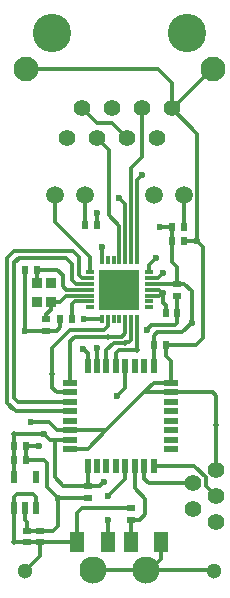
<source format=gbr>
%TF.GenerationSoftware,Altium Limited,Altium Designer,23.1.1 (15)*%
G04 Layer_Physical_Order=1*
G04 Layer_Color=255*
%FSLAX45Y45*%
%MOMM*%
%TF.SameCoordinates,8534D3C2-D56F-49E7-8A62-4489C1F11DDD*%
%TF.FilePolarity,Positive*%
%TF.FileFunction,Copper,L1,Top,Signal*%
%TF.Part,Single*%
G01*
G75*
%TA.AperFunction,SMDPad,CuDef*%
%ADD10C,0.50000*%
%ADD11R,0.60000X0.70000*%
%ADD12R,0.50000X1.20000*%
%ADD13R,1.20000X0.50000*%
%ADD14R,0.70000X0.60000*%
%ADD15R,0.30000X0.70000*%
%ADD16R,3.50000X3.50000*%
%ADD17R,0.70000X0.30000*%
%ADD18R,1.30000X1.70000*%
%ADD19R,0.60000X1.10000*%
%ADD20R,0.90000X0.95000*%
%TA.AperFunction,Conductor*%
%ADD21C,0.30000*%
%TA.AperFunction,ComponentPad*%
%ADD22C,1.30000*%
%ADD23C,3.25000*%
%ADD24C,2.10000*%
%ADD25C,1.42000*%
%ADD26C,1.52000*%
%ADD27C,1.60000*%
%ADD28C,0.80000*%
%ADD29C,1.40000*%
%ADD30C,2.30000*%
%TA.AperFunction,ViaPad*%
%ADD31C,0.60000*%
D10*
X1050000Y2150000D02*
D03*
X1150000Y2090000D02*
D03*
X430000Y1890000D02*
D03*
X85000Y1605000D02*
D03*
X105000Y1380000D02*
D03*
Y460000D02*
D03*
X130000Y2850000D02*
D03*
X900000Y2200000D02*
D03*
X1820000Y1450000D02*
D03*
D11*
X1490000Y2400000D02*
D03*
X1390000D02*
D03*
X1545000Y3010000D02*
D03*
X1445000D02*
D03*
X810000Y3150000D02*
D03*
X710000D02*
D03*
X1445000Y3130000D02*
D03*
X1545000D02*
D03*
X1290000Y2130000D02*
D03*
X1390000D02*
D03*
X105000Y1280000D02*
D03*
X205000D02*
D03*
X105000Y1160000D02*
D03*
X205000D02*
D03*
X300000Y2770000D02*
D03*
X200000D02*
D03*
X600000Y2350000D02*
D03*
X500000D02*
D03*
D12*
X1290000Y1955000D02*
D03*
X1210000D02*
D03*
X1130000D02*
D03*
X1050000D02*
D03*
X730000D02*
D03*
X810000D02*
D03*
X890000D02*
D03*
X970000D02*
D03*
X730000Y1105000D02*
D03*
X810000D02*
D03*
X890000D02*
D03*
X970000D02*
D03*
X1290000D02*
D03*
X1210000D02*
D03*
X1130000D02*
D03*
X1050000D02*
D03*
D13*
X585000Y1810000D02*
D03*
Y1730000D02*
D03*
Y1650000D02*
D03*
Y1570000D02*
D03*
Y1250000D02*
D03*
Y1330000D02*
D03*
Y1410000D02*
D03*
Y1490000D02*
D03*
X1435000Y1250000D02*
D03*
Y1330000D02*
D03*
Y1410000D02*
D03*
Y1490000D02*
D03*
Y1810000D02*
D03*
Y1730000D02*
D03*
Y1650000D02*
D03*
Y1570000D02*
D03*
D14*
X1490000Y2550000D02*
D03*
Y2650000D02*
D03*
X730000Y940000D02*
D03*
Y840000D02*
D03*
X325000Y460000D02*
D03*
Y560000D02*
D03*
X1100000Y650000D02*
D03*
Y750000D02*
D03*
X215000Y460000D02*
D03*
Y560000D02*
D03*
X380000Y2350000D02*
D03*
Y2250000D02*
D03*
D15*
X1000000Y2850000D02*
D03*
X1050000D02*
D03*
X1100000D02*
D03*
X1150000D02*
D03*
X950000D02*
D03*
X900000D02*
D03*
X850000D02*
D03*
X1000000Y2350000D02*
D03*
X950000D02*
D03*
X900000D02*
D03*
X850000D02*
D03*
X1050000D02*
D03*
X1100000D02*
D03*
X1150000D02*
D03*
D16*
X1000000Y2600000D02*
D03*
D17*
X750000D02*
D03*
Y2650000D02*
D03*
Y2700000D02*
D03*
Y2750000D02*
D03*
Y2550000D02*
D03*
Y2500000D02*
D03*
Y2450000D02*
D03*
X1250000Y2600000D02*
D03*
Y2550000D02*
D03*
Y2500000D02*
D03*
Y2450000D02*
D03*
Y2650000D02*
D03*
Y2700000D02*
D03*
Y2750000D02*
D03*
D18*
X1350000Y460000D02*
D03*
X1100000D02*
D03*
X900000D02*
D03*
X640000D02*
D03*
D19*
X105000Y750000D02*
D03*
X295000D02*
D03*
Y1010000D02*
D03*
X105000D02*
D03*
X200000Y750000D02*
D03*
D20*
X300000Y2652500D02*
D03*
X420000Y2497500D02*
D03*
Y2652500D02*
D03*
X300000Y2497500D02*
D03*
D21*
X585000Y1410000D02*
X585000Y1410000D01*
X470000Y1410000D02*
X585000D01*
X250000Y1480000D02*
X400000D01*
X470000Y1410000D01*
X205000Y1280000D02*
X320000D01*
X1225000Y225000D02*
X1227500Y222500D01*
X1797500D02*
X1800000Y220000D01*
X1227500Y222500D02*
X1797500D01*
X200000Y220000D02*
X325000Y345000D01*
Y460000D01*
X1100000Y2174142D02*
Y2350000D01*
X1079685Y2153827D02*
X1100000Y2174142D01*
X1053827Y2153827D02*
X1079685D01*
X380000Y2250000D02*
X470000D01*
X210000D02*
X380000D01*
X1660000Y3010000D02*
X1710000Y2960000D01*
Y2190000D02*
Y2960000D01*
X1650000Y2130000D02*
X1710000Y2190000D01*
X1530000Y2240000D02*
X1610000Y2320000D01*
X1550000Y2650000D02*
X1610000Y2590000D01*
Y2320000D02*
Y2590000D01*
X730000Y940000D02*
X831882D01*
X861882Y970000D01*
X870000D01*
X980000Y1700000D02*
X1050000Y1770000D01*
Y1955000D01*
X1730000Y940000D02*
X1820000Y850000D01*
X1730000Y940000D02*
Y1010000D01*
X1290000Y1105000D02*
X1635000D01*
X1730000Y1010000D01*
X1545000Y3010000D02*
X1660000D01*
Y3921500D01*
X1444500Y4137000D02*
X1660000Y3921500D01*
X1290000Y1955000D02*
Y2210000D01*
X1490000Y2650000D02*
X1550000D01*
X1390000Y2130000D02*
X1650000D01*
X1435000Y1810000D02*
Y1995000D01*
X1390000Y2040000D02*
X1435000Y1995000D01*
X1390000Y2040000D02*
Y2130000D01*
X1435000Y1730000D02*
X1790000D01*
X1435000Y1730000D02*
X1435000Y1730000D01*
X1820000Y1450000D02*
Y1700000D01*
X1790000Y1730000D02*
X1820000Y1700000D01*
Y1070000D02*
Y1450000D01*
Y1070000D02*
X1820000Y1070000D01*
X1050000Y2150000D02*
X1053827Y2153827D01*
X950000Y2150000D02*
X1050000D01*
X1150000Y2090000D02*
Y2350000D01*
X1000000Y2090000D02*
X1150000D01*
X1250000Y960000D02*
X1620000D01*
X1210000Y1000000D02*
X1250000Y960000D01*
X1210000Y1000000D02*
Y1105000D01*
X1130000Y920000D02*
Y1105000D01*
Y920000D02*
X1220000Y830000D01*
Y700000D02*
Y830000D01*
X200000Y2260000D02*
Y2770000D01*
Y2260000D02*
X210000Y2250000D01*
X730000Y1955000D02*
Y2060000D01*
X690000Y2100000D02*
X730000Y2060000D01*
X1230000Y2260000D02*
X1270000Y2300000D01*
X1470000D01*
X1320000Y2240000D02*
X1530000D01*
X1290000Y2210000D02*
X1320000Y2240000D01*
X1470000Y2300000D02*
X1490000Y2320000D01*
Y2400000D01*
X1370000Y2490000D02*
Y2575000D01*
Y2490000D02*
X1390000Y2470000D01*
Y2400000D02*
Y2470000D01*
X1490000Y2400000D02*
Y2550000D01*
X1490000Y2550000D01*
X1250000Y2750000D02*
Y2810000D01*
X1310000Y2870000D01*
X1250000Y2700000D02*
X1330000D01*
X1370000Y2740000D01*
X810000Y1955000D02*
Y2110000D01*
X1445000Y2835000D02*
X1490000Y2790000D01*
Y2650000D02*
Y2790000D01*
X1445000Y2835000D02*
Y3010000D01*
X1250000Y2650000D02*
X1490000D01*
X1445000Y3010000D02*
Y3130000D01*
X810000Y3150000D02*
Y3250000D01*
X1050000Y2850000D02*
Y3323934D01*
X1000000Y3373934D02*
X1050000Y3323934D01*
X1000000Y3373934D02*
Y3380000D01*
X1340000Y3130000D02*
X1445000D01*
X708750Y3151250D02*
Y3398750D01*
Y3151250D02*
X710000Y3150000D01*
X707500Y3400000D02*
X708750Y3398750D01*
X1545750Y3399250D02*
X1546500Y3400000D01*
X1545000Y3130000D02*
X1545750Y3130750D01*
Y3399250D01*
X1323000Y4467000D02*
X1444500Y4345500D01*
Y4137000D02*
Y4345500D01*
X210000Y4467000D02*
X1323000D01*
X1444500Y4137000D02*
X1452250D01*
X1782250Y4467000D02*
X1790000D01*
X1452250Y4137000D02*
X1782250Y4467000D01*
X936500Y4010000D02*
X1063500Y3883000D01*
X809500Y4010000D02*
X936500D01*
X682500Y4137000D02*
X809500Y4010000D01*
Y3883000D02*
X910000Y3782500D01*
Y3230000D02*
X1000000Y3140000D01*
X910000Y3230000D02*
Y3782500D01*
X1150000Y2850000D02*
Y3530000D01*
X1190000Y3570000D01*
Y4136500D02*
X1190500Y4137000D01*
X1190000Y3720000D02*
Y4136500D01*
X1100000Y2850000D02*
Y3630000D01*
X1190000Y3720000D01*
X1000000Y2850000D02*
Y3140000D01*
X850000Y2850000D02*
Y2960000D01*
X453500Y3176500D02*
Y3400000D01*
X750000Y2750000D02*
Y2880000D01*
X453500Y3176500D02*
X750000Y2880000D01*
X110000Y2830000D02*
X150000Y2870000D01*
X110000Y1680000D02*
Y2830000D01*
Y1680000D02*
X140000Y1650000D01*
X150000Y2870000D02*
X550000D01*
X680000Y2700000D02*
X750000D01*
X660000Y2720000D02*
X680000Y2700000D01*
X660000Y2720000D02*
Y2880000D01*
X610000Y2930000D02*
X660000Y2880000D01*
X110000Y2930000D02*
X610000D01*
X50000Y2870000D02*
X110000Y2930000D01*
X50000Y1640000D02*
Y2870000D01*
X120000Y1570000D02*
X585000D01*
X50000Y1640000D02*
X120000Y1570000D01*
X140000Y1650000D02*
X585000D01*
X550000Y2870000D02*
X600000Y2820000D01*
Y2680000D02*
Y2820000D01*
Y2680000D02*
X630000Y2650000D01*
X750000D01*
X470000Y2250000D02*
X500000Y2280000D01*
Y2350000D01*
X440000Y2492500D02*
X492500D01*
X420000Y2472500D02*
X440000Y2492500D01*
X420000Y2430000D02*
Y2472500D01*
X380000Y2390000D02*
X420000Y2430000D01*
X380000Y2350000D02*
Y2390000D01*
X580000Y2260000D02*
X870000D01*
X430000Y1770000D02*
Y2110000D01*
X580000Y2260000D01*
X300000Y2770000D02*
X300000Y2770000D01*
Y2652500D02*
Y2770000D01*
X300000Y2770000D02*
X470000D01*
X520000Y2720000D01*
X550000Y2600000D02*
X750000D01*
X520000Y2630000D02*
X550000Y2600000D01*
X520000Y2630000D02*
Y2720000D01*
X550000Y2550000D02*
X750000D01*
X492500Y2492500D02*
X550000Y2550000D01*
X600000Y2350000D02*
Y2480000D01*
X600000Y2350000D02*
X600000Y2350000D01*
Y2480000D02*
X620000Y2500000D01*
X750000D01*
X700000Y2350000D02*
X850000D01*
Y2350000D02*
Y2350000D01*
X1361882Y2575000D02*
X1370000D01*
X1250000Y2600000D02*
X1336882D01*
X1361882Y2575000D01*
X1250000Y2550000D02*
X1336882D01*
X1361882Y2575000D01*
X470000Y1730000D02*
X585000D01*
X430000Y1770000D02*
X470000Y1730000D01*
X900000Y2290000D02*
Y2350000D01*
X870000Y2260000D02*
X900000Y2290000D01*
X1050000Y2230000D02*
Y2350000D01*
X585000Y1810000D02*
Y2165000D01*
X620000Y2200000D01*
X1020000D01*
X1050000Y2230000D01*
X890000Y1955000D02*
Y2090000D01*
X950000Y2150000D01*
X970000Y1955000D02*
Y2060000D01*
X1000000Y2090000D01*
X890000Y1410000D02*
X1210000Y1730000D01*
X730000Y1250000D02*
X890000Y1410000D01*
X585000D02*
X890000D01*
X1210000Y1730000D02*
X1290000Y1810000D01*
X1210000Y1730000D02*
X1435000D01*
X1290000Y1810000D02*
X1435000D01*
X585000Y1250000D02*
X730000D01*
X325000Y560000D02*
X440000D01*
X480000Y600000D02*
Y840000D01*
X440000Y560000D02*
X480000Y600000D01*
X390000Y930000D02*
X480000Y840000D01*
X390000Y930000D02*
Y1130000D01*
X450000Y1010000D02*
X520000Y940000D01*
X450000Y1010000D02*
Y1330000D01*
X360000Y1160000D02*
X390000Y1130000D01*
X205000Y1160000D02*
X360000D01*
X480000Y840000D02*
X730000D01*
X520000Y940000D02*
X730000D01*
X450000Y1330000D02*
X585000D01*
X410000D02*
X450000D01*
X105000Y1280000D02*
Y1380000D01*
X360000D01*
X410000Y1330000D01*
X205000Y1160000D02*
Y1280000D01*
X1050000Y1000000D02*
Y1105000D01*
X900000Y850000D02*
X1050000Y1000000D01*
X730000Y940000D02*
Y1105000D01*
X1170000Y650000D02*
X1220000Y700000D01*
X1100000Y650000D02*
X1170000D01*
X900000Y460000D02*
Y650000D01*
X105000Y1160000D02*
Y1280000D01*
Y1010000D02*
Y1160000D01*
X640000Y460000D02*
Y710000D01*
X680000Y750000D01*
X1100000D01*
X215000Y460000D02*
X215000Y460000D01*
X105000Y460000D02*
X215000D01*
X105000D02*
Y750000D01*
X1100000Y460000D02*
Y650000D01*
X1350000Y320000D02*
Y460000D01*
X1255000Y225000D02*
X1350000Y320000D01*
X1225000Y225000D02*
X1255000D01*
X775000D02*
X1225000D01*
X200000Y650000D02*
Y750000D01*
X215000Y560000D02*
Y635000D01*
X200000Y650000D02*
X215000Y635000D01*
Y560000D02*
X325000D01*
X295000Y750000D02*
Y845000D01*
X270000Y870000D02*
X295000Y845000D01*
X130000Y870000D02*
X270000D01*
X105000Y845000D02*
X130000Y870000D01*
X105000Y750000D02*
Y845000D01*
X215000Y460000D02*
X325000D01*
X640000D01*
D22*
X200000Y220000D02*
D03*
X1800000D02*
D03*
D23*
X1571500Y4772000D02*
D03*
X428500D02*
D03*
D24*
X210000Y4467000D02*
D03*
X1790000D02*
D03*
D25*
X1444500Y4137000D02*
D03*
X1317500Y3883000D02*
D03*
X1190500Y4137000D02*
D03*
X1063500Y3883000D02*
D03*
X936500Y4137000D02*
D03*
X809500Y3883000D02*
D03*
X682500Y4137000D02*
D03*
X555500Y3883000D02*
D03*
D26*
X453500Y3400000D02*
D03*
X707500D02*
D03*
X1292500D02*
D03*
X1546500D02*
D03*
D27*
X1000000Y2600000D02*
D03*
D28*
X1080000Y2520000D02*
D03*
Y2680000D02*
D03*
X920000D02*
D03*
Y2520000D02*
D03*
D29*
X1620000Y960000D02*
D03*
Y740000D02*
D03*
X1820000Y1070000D02*
D03*
Y850000D02*
D03*
Y630000D02*
D03*
D30*
X775000Y225000D02*
D03*
X1225000D02*
D03*
D31*
X250000Y1480000D02*
D03*
X320000Y1280000D02*
D03*
X1660000Y3010000D02*
D03*
X360000Y1380000D02*
D03*
X1610000Y2320000D02*
D03*
X870000Y970000D02*
D03*
X980000Y1700000D02*
D03*
X200000Y2250000D02*
D03*
X690000Y2100000D02*
D03*
X1230000Y2260000D02*
D03*
X1310000Y2870000D02*
D03*
X1370000Y2740000D02*
D03*
X810000Y2110000D02*
D03*
Y3250000D02*
D03*
X1000000Y3380000D02*
D03*
X1340000Y3130000D02*
D03*
X1190000Y3570000D02*
D03*
X850000Y2960000D02*
D03*
X480000Y840000D02*
D03*
X700000Y2350000D02*
D03*
X1370000Y2575000D02*
D03*
X900000Y850000D02*
D03*
Y650000D02*
D03*
%TF.MD5,5272655f76934871f00ab23b2e8dc853*%
M02*

</source>
